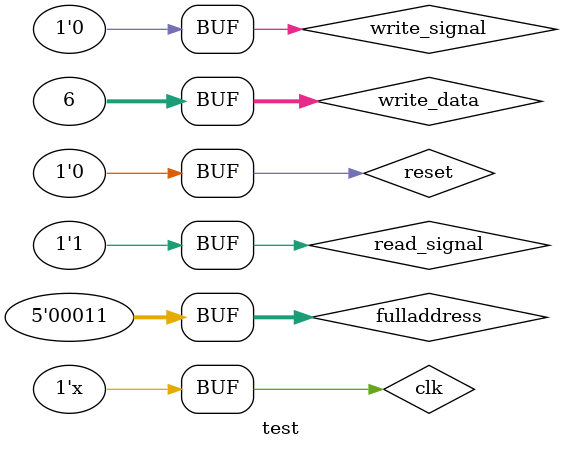
<source format=v>
module test;

reg reset;
reg clk;
reg[4:0] fulladdress;
reg[31:0] write_data;
wire[31:0] read_data;
reg  write_signal;
reg read_signal;
wire validbit;
wire prevread;
wire hit_miss;

cachemem cache(.reset(reset),.clk(clk),.fulladdress(fulladdress),.write_data(write_data),.read_data(read_data),.write_signal(write_signal),.read_signal(read_signal),.match(hit_miss));

always @(*)
		begin
#5 clk <= ~clk;
		end

initial begin
$monitor($time,"%d %d %d",fulladdress,read_data,hit_miss);
clk = 0;reset = 1;
#5 reset = 0;fulladdress = 1; write_data = 5; write_signal = 1;
#10 fulladdress = 2; write_data = 6;
#10 fulladdress = 1;write_signal = 0;read_signal = 1;
#10 fulladdress = 2;write_signal = 0;read_signal = 1;
//#10 fulladdress = 1; write_data = 6; write_signal = 1;
//#10 fulladdress = 0; write_data = 5;write_signal = 1;read_signal = 0;
//#10 fulladdress = 1; read_signal = 1; write_signal = 0;
#10 fulladdress = 3;
#10 fulladdress = 2;
#10 fulladdress = 1;
#10 fulladdress = 3;
#10 fulladdress = 3;
//#10 
//#10 fulladdress = 0; 
end


endmodule

/*module test;
reg clk;
reg[4:0]fulladdress;
reg[31:0] write_data;
wire[31:0] read_data;

endmodule*/

</source>
